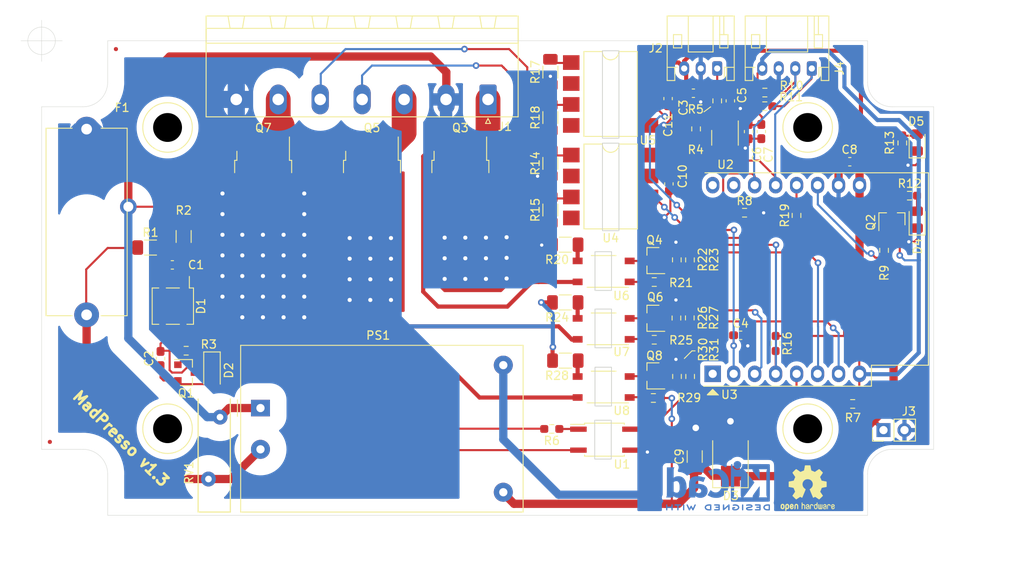
<source format=kicad_pcb>
(kicad_pcb (version 20201220) (generator pcbnew)
  (title_block (title "MadPresso") (date "2020-12-05") (rev "1.2"))
  (layers (0 "F.Cu" signal) (31 "B.Cu" signal) (34 "B.Paste" user) (35 "F.Paste" user) (36 "B.SilkS" user "B.Silkscreen") (37 "F.SilkS" user "F.Silkscreen") (38 "B.Mask" user) (39 "F.Mask" user) (44 "Edge.Cuts" user))
  (net 0 "")
  (net 1 "GND")
  (net 2 "VCC")
  (net 3 "Net-(R8-Pad1)")
  (net 4 "Net-(R6-Pad1)")
  (net 5 "Net-(R29-Pad1)")
  (net 6 "Net-(Q5-Pad3)")
  (net 7 "Net-(R28-Pad1)")
  (net 8 "+5V")
  (net 9 "Net-(R21-Pad1)")
  (net 10 "Net-(R20-Pad1)")
  (net 11 "Net-(R18-Pad2)")
  (net 12 "Net-(R17-Pad2)")
  (net 13 "Net-(R15-Pad2)")
  (net 14 "Net-(R14-Pad2)")
  (net 15 "Net-(Q8-Pad3)")
  (net 16 "Net-(Q8-Pad1)")
  (net 17 "Net-(Q7-Pad3)")
  (net 18 "Net-(Q4-Pad3)")
  (net 19 "Net-(Q4-Pad1)")
  (net 20 "Net-(Q3-Pad3)")
  (net 21 "Net-(Q2-Pad3)")
  (net 22 "Net-(Q2-Pad1)")
  (net 23 "Net-(Q1-Pad3)")
  (net 24 "Net-(Q6-Pad3)")
  (net 25 "Net-(D5-Pad2)")
  (net 26 "Net-(D4-Pad2)")
  (net 27 "Net-(R24-Pad1)")
  (net 28 "Net-(D1-Pad4)")
  (net 29 "Net-(C5-Pad1)")
  (net 30 "Net-(C2-Pad2)")
  (net 31 "Net-(C2-Pad1)")
  (net 32 "Net-(C11-Pad1)")
  (net 33 "Net-(C10-Pad1)")
  (net 34 "Net-(C1-Pad2)")
  (net 35 "Net-(C1-Pad1)")
  (net 36 "NEUT")
  (net 37 "LINE")
  (net 38 "/ZC_DETECT")
  (net 39 "/VALVE_TRIAC")
  (net 40 "/VALVE")
  (net 41 "/TEMP_SENSOR")
  (net 42 "/STEAM_SW")
  (net 43 "/STEAM_SENSOR")
  (net 44 "Net-(Q6-Pad1)")
  (net 45 "/SHOT_SW")
  (net 46 "/SHOT_SENSOR")
  (net 47 "/SDA")
  (net 48 "/SCL")
  (net 49 "/PUMP_TRIAC")
  (net 50 "/PUMP")
  (net 51 "Net-(R25-Pad1)")
  (net 52 "/LINE_FUSED")
  (net 53 "/LED")
  (net 54 "/HEATER_TRIAC")
  (net 55 "/HEATER")
  (net 56 "/ADC")
  (footprint "Package_TO_SOT_SMD:TO-252-2" (layer "F.Cu") (at 26.825 16.95 -90)
    (fp_text reference "Q7")
    (fp_text value "T835-600B" hide)
  )
  (footprint "Package_TO_SOT_SMD:TO-252-2" (layer "F.Cu") (at 50.7 16.95 -90)
    (fp_text reference "Q3")
    (fp_text value "T835-600B" hide)
  )
  (footprint "Resistor_SMD:R_0603_1608Metric_Pad0.98x0.95mm_HandSolder" (layer "F.Cu") (at 76.93 40.67 90)
    (fp_text reference "R30")
    (fp_text value "10k" hide)
  )
  (footprint "Resistor_SMD:R_0603_1608Metric_Pad0.98x0.95mm_HandSolder" (layer "F.Cu") (at 78.52 40.67 -90)
    (fp_text reference "R31")
    (fp_text value "1k" hide)
  )
  (footprint "Resistor_SMD:R_0603_1608Metric_Pad0.98x0.95mm_HandSolder" (layer "F.Cu") (at 76.91 26.54 90)
    (fp_text reference "R22")
    (fp_text value "10k" hide)
  )
  (footprint "Resistor_SMD:R_1206_3216Metric_Pad1.30x1.75mm_HandSolder" (layer "F.Cu") (at 63.4 24.7 180)
    (fp_text reference "R20")
    (fp_text value "360R/0.5W" hide)
  )
  (footprint "Package_TO_SOT_SMD:SOT-23" (layer "F.Cu") (at 74.05 26.63 180)
    (fp_text reference "Q4")
    (fp_text value "2N7002" hide)
  )
  (footprint "Package_SO:MFSOP6-4_4.4x3.6mm_P1.27mm" (layer "F.Cu") (at 68.05 27.94 180)
    (fp_text reference "U6")
    (fp_text value "TLP160G" hide)
  )
  (footprint "Resistor_SMD:R_0603_1608Metric_Pad0.98x0.95mm_HandSolder" (layer "F.Cu") (at 78.5 26.55 -90)
    (fp_text reference "R23")
    (fp_text value "1k" hide)
  )
  (footprint "Package_SO:MFSOP6-4_4.4x3.6mm_P1.27mm" (layer "F.Cu") (at 68.05 41.95 180)
    (fp_text reference "U8")
    (fp_text value "TLP160G" hide)
  )
  (footprint "Resistor_SMD:R_1206_3216Metric_Pad1.30x1.75mm_HandSolder" (layer "F.Cu") (at 63.4125 38.75 180)
    (fp_text reference "R28")
    (fp_text value "360R/0.5W" hide)
  )
  (footprint "Resistor_SMD:R_0603_1608Metric_Pad0.98x0.95mm_HandSolder" (layer "F.Cu") (at 74.07 43.28)
    (fp_text reference "R29")
    (fp_text value "360R" hide)
  )
  (footprint "Resistor_SMD:R_0603_1608Metric_Pad0.98x0.95mm_HandSolder" (layer "F.Cu") (at 74.175 29.23)
    (fp_text reference "R21")
    (fp_text value "360R" hide)
  )
  (footprint "Package_TO_SOT_SMD:SOT-23" (layer "F.Cu") (at 74.05 40.6 180)
    (fp_text reference "Q8")
    (fp_text value "2N7002" hide)
  )
  (footprint "Diode_SMD:D_SMB" (layer "F.Cu") (at 83.4 50.6 90)
    (fp_text reference "D3")
    (fp_text value "SMBJ7.0A" hide)
  )
  (footprint "Package_TO_SOT_SMD:SOT-23" (layer "F.Cu") (at 74.05 33.62 180)
    (fp_text reference "Q6")
    (fp_text value "2N7002" hide)
  )
  (footprint "Package_SO:MFSOP6-4_4.4x3.6mm_P1.27mm" (layer "F.Cu") (at 68.05 34.9 180)
    (fp_text reference "U7")
    (fp_text value "TLP160G" hide)
  )
  (footprint "Resistor_SMD:R_0603_1608Metric_Pad0.98x0.95mm_HandSolder" (layer "F.Cu") (at 76.86 33.59 90)
    (fp_text reference "R26")
    (fp_text value "10k" hide)
  )
  (footprint "Resistor_SMD:R_1206_3216Metric_Pad1.30x1.75mm_HandSolder" (layer "F.Cu") (at 63.4 31.7 180)
    (fp_text reference "R24")
    (fp_text value "360R/0.5W" hide)
  )
  (footprint "Resistor_SMD:R_0603_1608Metric_Pad0.98x0.95mm_HandSolder" (layer "F.Cu") (at 78.48 33.575 -90)
    (fp_text reference "R27")
    (fp_text value "1k" hide)
  )
  (footprint "Resistor_SMD:R_0603_1608Metric_Pad0.98x0.95mm_HandSolder" (layer "F.Cu") (at 74.175 36.22)
    (fp_text reference "R25")
    (fp_text value "360R" hide)
  )
  (footprint "Connector_Phoenix_MSTB:PhoenixContact_MSTBA_2,5_7-G-5,08_1x07_P5.08mm_Horizontal" (layer "F.Cu") (at 54.05 7.1 180)
    (fp_text reference "J1")
    (fp_text value "Conn_01x07" hide)
  )
  (footprint "Capacitor_SMD:C_0603_1608Metric_Pad1.08x0.95mm_HandSolder" (layer "F.Cu") (at 15.83 27.15)
    (fp_text reference "C1")
    (fp_text value "1nF" hide)
  )
  (footprint "Resistor_SMD:R_0603_1608Metric_Pad0.98x0.95mm_HandSolder" (layer "F.Cu") (at 98.2 44)
    (fp_text reference "R7")
    (fp_text value "4k7" hide)
  )
  (footprint "Diode_SMD:D_SOD-123" (layer "F.Cu") (at 20.63 39.95 -90)
    (fp_text reference "D2")
    (fp_text value "1N4148W" hide)
  )
  (footprint "Package_TO_SOT_SMD:SOT-23" (layer "F.Cu") (at 17.5 40.2)
    (fp_text reference "Q1")
    (fp_text value "BC847" hide)
  )
  (footprint "Resistor_SMD:R_1206_3216Metric_Pad1.30x1.75mm_HandSolder" (layer "F.Cu") (at 17.2 23.71 -90)
    (fp_text reference "R2")
    (fp_text value "220k" hide)
  )
  (footprint "Resistor_SMD:R_1206_3216Metric_Pad1.30x1.75mm_HandSolder" (layer "F.Cu") (at 13.19 25.05)
    (fp_text reference "R1")
    (fp_text value "220k" hide)
  )
  (footprint "Package_SO:SO-4_4.4x3.6mm_P2.54mm" (layer "F.Cu") (at 68.145 48.33)
    (fp_text reference "U1")
    (fp_text value "LTV-356T" hide)
  )
  (footprint "Varistor:RV_Disc_D15.5mm_W3.9mm_P7.5mm" (layer "F.Cu") (at 21.6 45.6 -90)
    (fp_text reference "RV1")
    (fp_text value "S14K350" hide)
  )
  (footprint "Resistor_SMD:R_0603_1608Metric_Pad0.98x0.95mm_HandSolder" (layer "F.Cu") (at 17.505 37.55 180)
    (fp_text reference "R3")
    (fp_text value "22k" hide)
  )
  (footprint "Capacitor_SMD:C_1206_3216Metric_Pad1.33x1.80mm_HandSolder" (layer "F.Cu") (at 79.075 50.375 90)
    (fp_text reference "C9")
    (fp_text value "100uF" hide)
  )
  (footprint "Package_TO_SOT_SMD:TO-252-2" (layer "F.Cu") (at 40 16.95 -90)
    (fp_text reference "Q5")
    (fp_text value "T835-600B" hide)
  )
  (footprint "Capacitor_SMD:C_0603_1608Metric_Pad1.08x0.95mm_HandSolder" (layer "F.Cu") (at 14.4 38.5 -90)
    (fp_text reference "C2")
    (fp_text value "10uF" hide)
  )
  (footprint "Resistor_SMD:R_0603_1608Metric_Pad0.98x0.95mm_HandSolder" (layer "F.Cu") (at 61.77 47.03 180)
    (fp_text reference "R6")
    (fp_text value "1k" hide)
  )
  (footprint "Fiducial:Fiducial_0.5mm_Mask1mm" (layer "F.Cu") (at 9 1)
    (fp_text reference "FID1" hide)
    (fp_text value "Fiducial" hide)
  )
  (footprint "Fiducial:Fiducial_0.5mm_Mask1mm" (layer "F.Cu") (at 1 48.6)
    (fp_text reference "FID2" hide)
    (fp_text value "Fiducial" hide)
  )
  (footprint "Resistor_SMD:R_0603_1608Metric_Pad0.98x0.95mm_HandSolder" (layer "F.Cu") (at 91.4 21.1575 90)
    (fp_text reference "R19")
    (fp_text value "330" hide)
  )
  (footprint "Resistor_SMD:R_1206_3216Metric_Pad1.30x1.75mm_HandSolder" (layer "F.Cu") (at 61.6 9.3 90)
    (fp_text reference "R18")
    (fp_text value "33k/0.5W" hide)
  )
  (footprint "Capacitor_SMD:C_0603_1608Metric_Pad1.08x0.95mm_HandSolder" (layer "F.Cu") (at 83.39 7.275 -90)
    (fp_text reference "C5")
    (fp_text value "100nF" hide)
  )
  (footprint "Connector_JST:JST_PH_S4B-PH-K_1x04_P2.00mm_Horizontal" (layer "F.Cu") (at 93.25 3.35 180)
    (fp_text reference "J4")
    (fp_text value "Conn_01x04")
  )
  (footprint "Capacitor_SMD:C_0603_1608Metric_Pad1.08x0.95mm_HandSolder" (layer "F.Cu") (at 84.64 35.68)
    (fp_text reference "C4")
    (fp_text value "DNP" hide)
  )
  (footprint "LED_SMD:LED_0805_2012Metric_Pad1.15x1.40mm_HandSolder" (layer "F.Cu") (at 106 21.675 90)
    (fp_text reference "D4")
    (fp_text value "LED" hide)
  )
  (footprint "Converter_ACDC:Converter_ACDC_HiLink_HLK-PMxx" (layer "F.Cu") (at 26.5 44.5)
    (fp_text reference "PS1")
    (fp_text value "HLK-PM01" hide)
  )
  (footprint "Connector_PinHeader_2.54mm:PinHeader_1x02_P2.54mm_Vertical" (layer "F.Cu") (at 101.93 47.17 90)
    (fp_text reference "J3")
    (fp_text value "Conn_01x02" hide)
  )
  (footprint "Connector_JST:JST_PH_S3B-PH-K_1x03_P2.00mm_Horizontal" (layer "F.Cu") (at 81.8 3.35 180)
    (fp_text reference "J2")
    (fp_text value "Conn_01x03")
  )
  (footprint "Resistor_SMD:R_0603_1608Metric_Pad0.98x0.95mm_HandSolder" (layer "F.Cu") (at 102 25.3875 90)
    (fp_text reference "R9")
    (fp_text value "1k" hide)
  )
  (footprint "Resistor_SMD:R_0603_1608Metric_Pad0.98x0.95mm_HandSolder" (layer "F.Cu") (at 85.11 20.83)
    (fp_text reference "R8")
    (fp_text value "DNP" hide)
  )
  (footprint "Resistor_SMD:R_0603_1608Metric_Pad0.98x0.95mm_HandSolder" (layer "F.Cu") (at 81.8 7.275 90)
    (fp_text reference "R5")
    (fp_text value "22R" hide)
  )
  (footprint "MadPresso:Hammond 1591XXB" (layer "F.Cu") (at 0 0)
    (fp_text reference "Case" hide)
    (fp_text value "Hammond 1591XXB")
    (fp_line (start 99.999874 57.495164) (end 99.999874 52.495164) (layer "Edge.Cuts") (width 0.05))
    (fp_line (start 107.999874 7.995164) (end 107.999874 49.495164) (layer "Edge.Cuts") (width 0.05))
    (fp_line (start 7.999874 57.495164) (end 99.999874 57.495164) (layer "Edge.Cuts") (width 0.05))
    (fp_line (start 7.999874 -0.004836) (end 99.999874 -0.004836) (layer "Edge.Cuts") (width 0.05))
    (fp_line (start 7.999874 57.495164) (end 7.999874 52.495164) (layer "Edge.Cuts") (width 0.05))
    (fp_line (start 4.999874 49.495164) (end -0.000126 49.495164) (layer "Edge.Cuts") (width 0.05))
    (fp_line (start 99.999874 4.995164) (end 99.999874 -0.004836) (layer "Edge.Cuts") (width 0.05))
    (fp_line (start -0.000126 7.995164) (end 4.999874 7.995164) (layer "Edge.Cuts") (width 0.05))
    (fp_line (start 107.999874 7.995164) (end 102.999874 7.995164) (layer "Edge.Cuts") (width 0.05))
    (fp_line (start -0.000126 7.995164) (end -0.000126 49.495164) (layer "Edge.Cuts") (width 0.05))
    (fp_line (start 7.999874 -0.004836) (end 7.999874 4.995164) (layer "Edge.Cuts") (width 0.05))
    (fp_line (start 102.999874 49.495164) (end 107.999874 49.495164) (layer "Edge.Cuts") (width 0.05))
    (fp_arc (start 4.999874 4.995164) (end 4.999874 7.995164) (angle -90) (layer "Edge.Cuts") (width 0.05))
    (fp_arc (start 102.999874 4.995164) (end 99.999874 4.995164) (angle -90) (layer "Edge.Cuts") (width 0.05))
    (fp_arc (start 4.999874 52.495164) (end 7.999874 52.495164) (angle -90) (layer "Edge.Cuts") (width 0.05))
    (fp_arc (start 102.999874 52.495164) (end 102.999874 49.495164) (angle -90) (layer "Edge.Cuts") (width 0.05))
  )
  (footprint "Package_TO_SOT_SMD:SOT-23-6_Handsoldering" (layer "F.Cu") (at 82.74 11.75 -90)
    (fp_text reference "U2")
    (fp_text value "ADC101C021CIMK" hide)
  )
  (footprint "Resistor_SMD:R_0603_1608Metric_Pad0.98x0.95mm_HandSolder" (layer "F.Cu") (at 105.074999 18.762501 180)
    (fp_text reference "R12")
    (fp_text value "220" hide)
  )
  (footprint "Module:WEMOS_D1_mini_light" (layer "F.Cu") (at 81.25 40.35 90)
    (fp_text reference "U3")
    (fp_text value "WeMos_D1_mini" hide)
  )
  (footprint "Resistor_SMD:R_1206_3216Metric_Pad1.30x1.75mm_HandSolder" (layer "F.Cu") (at 61.6 3.7875 90)
    (fp_text reference "R17")
    (fp_text value "22k/0.5W" hide)
  )
  (footprint "Package_DIP:SMDIP-8_W9.53mm" (layer "F.Cu") (at 68.9 17.65)
    (fp_text reference "U4")
    (fp_text value "MID400")
  )
  (footprint "Fuse:Fuseholder_Cylinder-5x20mm_Schurter_0031_8201_Horizontal_Open" (layer "F.Cu") (at 5.45 10.7 -90)
    (fp_text reference "F1")
    (fp_text value "0.2A/250V" hide)
  )
  (footprint "Resistor_SMD:R_0603_1608Metric_Pad0.98x0.95mm_HandSolder" (layer "F.Cu") (at 88.87 36.6725 -90)
    (fp_text reference "R16")
    (fp_text value "330" hide)
  )
  (footprint "Package_TO_SOT_SMD:SOT-23" (layer "F.Cu") (at 102.95 21.6 90)
    (fp_text reference "Q2")
    (fp_text value "BSS84" hide)
  )
  (footprint "Fiducial:Fiducial_0.5mm_Mask1mm" (layer "F.Cu") (at 107.1 48.6)
    (fp_text reference "FID3" hide)
    (fp_text value "Fiducial" hide)
  )
  (footprint "Symbol:OSHW-Logo2_7.3x6mm_SilkScreen" (layer "F.Cu") (at 92.75 54.2)
    (fp_text reference "REF**" hide)
    (fp_text value "OSHW-Logo2_7.3x6mm_SilkScreen" hide)
  )
  (footprint "Capacitor_SMD:C_0603_1608Metric_Pad1.08x0.95mm_HandSolder" (layer "F.Cu") (at 75.95 17.3375 -90)
    (fp_text reference "C10")
    (fp_text value "1nF" hide)
  )
  (footprint "Capacitor_SMD:C_0603_1608Metric_Pad1.08x0.95mm_HandSolder" (layer "F.Cu") (at 85.6 11 -90)
    (fp_text reference "C6")
    (fp_text value "100nF" hide)
  )
  (footprint "Resistor_SMD:R_0603_1608Metric_Pad0.98x0.95mm_HandSolder" (layer "F.Cu") (at 104.21 12.375 -90)
    (fp_text reference "R13")
    (fp_text value "330" hide)
  )
  (footprint "Package_DIP:SMDIP-8_W9.53mm" (layer "F.Cu") (at 68.89 6.44)
    (fp_text reference "U5")
    (fp_text value "MID400")
  )
  (footprint "Resistor_SMD:R_0603_1608Metric_Pad0.98x0.95mm_HandSolder" (layer "F.Cu") (at 87.565 6.27 180)
    (fp_text reference "R10")
    (fp_text value "3k3" hide)
  )
  (footprint "Capacitor_SMD:C_0603_1608Metric_Pad1.08x0.95mm_HandSolder" (layer "F.Cu") (at 75.85 7 -90)
    (fp_text reference "C11")
    (fp_text value "1nF" hide)
  )
  (footprint "Resistor_SMD:R_1206_3216Metric_Pad1.30x1.75mm_HandSolder" (layer "F.Cu") (at 61.6 20.5 90)
    (fp_text reference "R15")
    (fp_text value "33k/0.5W" hide)
  )
  (footprint "Capacitor_SMD:C_0603_1608Metric_Pad1.08x0.95mm_HandSolder" (layer "F.Cu") (at 78.915 6.35)
    (fp_text reference "C3")
    (fp_text value "100nF" hide)
  )
  (footprint "Capacitor_SMD:C_0603_1608Metric_Pad1.08x0.95mm_HandSolder" (layer "F.Cu") (at 97.85 14.65 180)
    (fp_text reference "C8")
    (fp_text value "1uF" hide)
  )
  (footprint "Resistor_SMD:R_0603_1608Metric_Pad0.98x0.95mm_HandSolder" (layer "F.Cu") (at 79.24 10.6725 -90)
    (fp_text reference "R4")
    (fp_text value "DNP" hide)
  )
  (footprint "Package_TO_SOT_SMD:TO-269AA" (layer "F.Cu") (at 15.89 32.15 -90)
    (fp_text reference "D1")
    (fp_text value "MB6S" hide)
  )
  (footprint "LED_SMD:LED_0805_2012Metric_Pad1.15x1.40mm_HandSolder" (layer "F.Cu") (at 106 12.33 90)
    (fp_text reference "D5")
    (fp_text value "LED" hide)
  )
  (footprint "Capacitor_SMD:C_0603_1608Metric_Pad1.08x0.95mm_HandSolder" (layer "F.Cu") (at 87.1375 10.9925 -90)
    (fp_text reference "C7")
    (fp_text value "4.7uF" hide)
  )
  (footprint "Resistor_SMD:R_0603_1608Metric_Pad0.98x0.95mm_HandSolder" (layer "F.Cu") (at 87.560001 7.917499 180)
    (fp_text reference "R11")
    (fp_text value "3k3" hide)
  )
  (footprint "Resistor_SMD:R_1206_3216Metric_Pad1.30x1.75mm_HandSolder" (layer "F.Cu") (at 61.6 14.85 90)
    (fp_text reference "R14")
    (fp_text value "22k/0.5W" hide)
  )
  (footprint "Symbol:KiCad-Logo2_5mm_Copper" (layer "B.Cu") (at 81.9 53.9 180)
    (fp_text reference "REF**" hide)
    (fp_text value "KiCad-Logo2_5mm_Copper" hide)
  )
  (gr_line (start 80.2 8.6) (end 81 8) (layer "F.SilkS") (width 0.12))
  (gr_line (start 78.74 37.57) (end 79.12 37.57) (layer "F.SilkS") (width 0.12))
  (gr_line (start 77.82 38.49) (end 78.74 37.57) (layer "F.SilkS") (width 0.12))
  (gr_poly (pts (xy 68.97 45.98) (xy 68.97 50.68) (xy 66.97 50.68) (xy 66.97 45.98) (xy 68.97 45.98)) (layer "Edge.Cuts") (width 0.1) (fill none))
  (gr_poly (pts (xy 67 32.5) (xy 69 32.5) (xy 69 37.2) (xy 67 37.2) (xy 67 32.5)) (layer "Edge.Cuts") (width 0.1) (fill none))
  (gr_poly (pts (xy 69.9 12.4) (xy 69.9 23) (xy 67.9 23) (xy 67.9 12.4) (xy 69.9 12.4)) (layer "Edge.Cuts") (width 0.1) (fill none))
  (gr_poly (pts (xy 69 25.55) (xy 69 30.25) (xy 67 30.25) (xy 67 25.55) (xy 69 25.55)) (layer "Edge.Cuts") (width 0.1) (fill none))
  (gr_poly (pts (xy 69.9 11.8) (xy 67.9 11.8) (xy 67.9 1.2) (xy 69.9 1.2) (xy 69.9 11.8)) (layer "Edge.Cuts") (width 0.1) (fill none))
  (gr_poly (pts (xy 69 44.25) (xy 67 44.25) (xy 67 39.55) (xy 69 39.55) (xy 69 44.25)) (layer "Edge.Cuts") (width 0.1) (fill none))
  (gr_text "MadPresso v1.3" (at 9.6 48.2 315) (layer "F.SilkS") (effects (font (size 1.3 1.3) (thickness 0.3))))
  (target plus (at 0 0) (size 5) (width 0.05) (layer "Edge.Cuts"))
  (segment (start 106.19 23.83) (end 105.67 24.35) (width 0.25) (layer "F.Cu") (net 1))
  (segment (start 75.34 21.46) (end 75.4 21.4) (width 0.25) (layer "F.Cu") (net 1))
  (segment (start 106.31 13.375) (end 106.31 14.57) (width 0.25) (layer "F.Cu") (net 1))
  (segment (start 76.125001 20.674999) (end 75.4 21.4) (width 0.25) (layer "F.Cu") (net 1))
  (segment (start 86.0225 20.83) (end 87.41 20.83) (width 0.25) (layer "F.Cu") (net 1))
  (segment (start 106.31 14.57) (end 105.81 15.07) (width 0.25) (layer "F.Cu") (net 1))
  (segment (start 85.6 11.8625) (end 85.599999 12.600001) (width 0.25) (layer "F.Cu") (net 1))
  (segment (start 82.74 11.29) (end 83.15 11.7) (width 0.25) (layer "F.Cu") (net 1))
  (segment (start 76.125001 18.375001) (end 76.125001 20.674999) (width 0.25) (layer "F.Cu") (net 1))
  (segment (start 85.605 11.855) (end 85.6 11.85) (width 0.25) (layer "F.Cu") (net 1))
  (segment (start 96.49 17.49) (end 96.49 15.16) (width 1) (layer "F.Cu") (net 1))
  (segment (start 79.79 6.35) (end 79.79 7.39) (width 0.25) (layer "F.Cu") (net 1))
  (segment (start 105.81 15.07) (end 104.9 15.07) (width 0.25) (layer "F.Cu") (net 1))
  (segment (start 106.19 22.7) (end 106.19 23.83) (width 0.25) (layer "F.Cu") (net 1))
  (segment (start 85.5025 36.9575) (end 85.5 36.96) (width 0.25) (layer "F.Cu") (net 1))
  (segment (start 83.38 8.15) (end 83.42 8.11) (width 0.25) (layer "F.Cu") (net 1))
  (segment (start 75.473002 10.2) (end 75.32499 10.2) (width 0.25) (layer "F.Cu") (net 1))
  (segment (start 76.175001 8.187501) (end 76.175001 9.498001) (width 0.25) (layer "F.Cu") (net 1))
  (segment (start 77 38.8) (end 76.8 38.6) (width 0.25) (layer "F.Cu") (net 1))
  (segment (start 83.4 46.1) (end 83.4 48.7) (width 1) (layer "F.Cu") (net 1))
  (segment (start 85.54 11.76) (end 85.65 11.65) (width 0.25) (layer "F.Cu") (net 1))
  (segment (start 75.05 39.65) (end 75.1 39.7) (width 0.25) (layer "F.Cu") (net 1))
  (segment (start 79.79 7.39) (end 79.8 7.4) (width 0.25) (layer "F.Cu") (net 1))
  (segment (start 73.51 21.51) (end 73.6 21.6) (width 0.25) (layer "F.Cu") (net 1))
  (segment (start 83.39 8.1375) (end 84.5375 8.1375) (width 0.25) (layer "F.Cu") (net 1))
  (segment (start 83.15 11.7) (end 85.35 11.7) (width 0.25) (layer "F.Cu") (net 1))
  (segment (start 84.5375 8.1375) (end 84.6 8.2) (width 0.25) (layer "F.Cu") (net 1))
  (segment (start 76.895 25.68) (end 76.91 25.665) (width 0.5) (layer "F.Cu") (net 1))
  (segment (start 85.35 11.7) (end 85.6 11.95) (width 0.25) (layer "F.Cu") (net 1))
  (segment (start 76.91 25.665) (end 76.91 24.51) (width 0.25) (layer "F.Cu") (net 1))
  (segment (start 79.2 46.9) (end 79.2 49) (width 1) (layer "F.Cu") (net 1))
  (segment (start 82.74 10.4) (end 82.8 10.46) (width 0.25) (layer "F.Cu") (net 1))
  (segment (start 76.91 24.51) (end 76.8 24.4) (width 0.25) (layer "F.Cu") (net 1))
  (segment (start 85.599999 12.600001) (end 85.2 13) (width 0.25) (layer "F.Cu") (net 1))
  (segment (start 73.665 21.46) (end 75.34 21.46) (width 0.25) (layer "F.Cu") (net 1))
  (segment (start 71.295 49.6) (end 73.115 49.6) (width 0.25) (layer "F.Cu") (net 1))
  (segment (start 89.25 3.35) (end 88.8 3.8) (width 0.25) (layer "F.Cu") (net 1))
  (segment (start 76.175001 9.498001) (end 75.473002 10.2) (width 0.25) (layer "F.Cu") (net 1))
  (segment (start 76.86 32.6775) (end 76.86 31.46) (width 0.25) (layer "F.Cu") (net 1))
  (segment (start 87.1375 11.855) (end 85.605 11.855) (width 0.25) (layer "F.Cu") (net 1))
  (segment (start 87.41 20.83) (end 87.42 20.84) (width 0.25) (layer "F.Cu") (net 1))
  (segment (start 87.45 11.67) (end 87.42 11.7) (width 0.25) (layer "F.Cu") (net 1))
  (segment (start 76.86 31.46) (end 76.8 31.4) (width 0.25) (layer "F.Cu") (net 1))
  (segment (start 82.74 10.4) (end 82.74 11.29) (width 0.25) (layer "F.Cu") (net 1))
  (segment (start 75.85 7.8625) (end 76.175001 8.187501) (width 0.25) (layer "F.Cu") (net 1))
  (segment (start 77 39.9) (end 77 38.8) (width 0.25) (layer "F.Cu") (net 1))
  (segment (start 75.05 25.68) (end 76.895 25.68) (width 0.25) (layer "F.Cu") (net 1))
  (segment (start 82.7625 48.9375) (end 83.3 48.4) (width 1) (layer "F.Cu") (net 1))
  (segment (start 76.75 39.65) (end 76.93 39.47) (width 0.5) (layer "F.Cu") (net 1))
  (segment (start 73.655 10.25) (end 75.27499 10.25) (width 0.25) (layer "F.Cu") (net 1))
  (segment (start 105.67 24.35) (end 105 24.35) (width 0.25) (layer "F.Cu") (net 1))
  (segment (start 85.5025 35.68) (end 85.5025 36.9575) (width 0.25) (layer "F.Cu") (net 1))
  (segment (start 75.1 39.7) (end 76.8 39.7) (width 0.25) (layer "F.Cu") (net 1))
  (segment (start 79.075 48.9375) (end 82.7625 48.9375) (width 1) (layer "F.Cu") (net 1))
  (segment (start 75.05 32.67) (end 76.815 32.67) (width 0.25) (layer "F.Cu") (net 1))
  (segment (start 85.4 12) (end 85.6 11.8) (width 0.25) (layer "F.Cu") (net 1))
  (segment (start 75.95 18.2) (end 76.125001 18.375001) (width 0.25) (layer "F.Cu") (net 1))
  (segment (start 75.27499 10.25) (end 75.32499 10.2) (width 0.25) (layer "F.Cu") (net 1))
  (segment (start 73.115 49.6) (end 73.345 49.83) (width 0.25) (layer "F.Cu") (net 1))
  (segment (start 79.8 3.35) (end 79.8 6.4) (width 0.5) (layer "F.Cu") (net 1))
  (segment (start 96.49 15.16) (end 96.95 14.7) (width 1) (layer "F.Cu") (net 1))
  (via (at 85.5 36.96) (size 0.8) (drill 0.4) (layers "F.Cu" "B.Cu") (net 1))
  (via (at 76.8 31.4) (size 0.8) (drill 0.4) (layers "F.Cu" "B.Cu") (net 1))
  (via (at 79.8 7.4) (size 0.8) (drill 0.4) (layers "F.Cu" "B.Cu") (net 1))
  (via (at 83.4 46.1) (size 1.2) (drill 0.8) (layers "F.Cu" "B.Cu") (net 1))
  (via (at 84.6 8.2) (size 0.8) (drill 0.4) (layers "F.Cu" "B.Cu") (net 1))
  (via (at 105 24.35) (size 0.8) (drill 0.4) (layers "F.Cu" "B.Cu") (net 1))
  (via (at 79.2 46.9) (size 1.2) (drill 0.8) (layers "F.Cu" "B.Cu") (net 1))
  (via (at 75.32499 10.2) (size 0.8) (drill 0.4) (layers "F.Cu" "B.Cu") (net 1))
  (via (at 75.4 21.4) (size 0.8) (drill 0.4) (layers "F.Cu" "B.Cu") (net 1))
  (via (at 85.2 13) (size 0.8) (drill 0.4) (layers "F.Cu" "B.Cu") (net 1))
  (via (at 87.42 20.84) (size 0.8) (drill 0.4) (layers "F.Cu" "B.Cu") (net 1))
  (via (at 73.345 49.83) (size 0.8) (drill 0.4) (layers "F.Cu" "B.Cu") (net 1))
  (via (at 104.9 15.07) (size 0.8) (drill 0.4) (layers "F.Cu" "B.Cu") (net 1))
  (via (at 76.8 38.6) (size 0.8) (drill 0.4) (layers "F.Cu" "B.Cu") (net 1))
  (via (at 76.8 24.4) (size 0.8) (drill 0.4) (layers "F.Cu" "B.Cu") (net 1))
  (segment (start 62.6 55) (end 72.8 55) (width 1) (layer "B.Cu") (net 1))
  (segment (start 62.6 55) (end 55.9 48.3) (width 1) (layer "B.Cu") (net 1))
  (segment (start 55.9 48.3) (end 55.9 39.3) (width 1) (layer "B.Cu") (net 1))
  (segment (start 97.16 35.76) (end 98.16 35.76) (width 0.25) (layer "F.Cu") (net 2))
  (segment (start 86.685001 7.917499) (end 86.685001 6.334999) (width 0.25) (layer "F.Cu") (net 2))
  (segment (start 86.647501 7.917499) (end 86.647501 8.647501) (width 0.25) (layer "F.Cu") (net 2))
  (segment (start 103.9 26) (end 103.9 22.6) (width 0.25) (layer "F.Cu") (net 2))
  (segment (start 99 36.6) (end 99 43) (width 0.25) (layer "F.Cu") (net 2))
  (segment (start 98.16 35.76) (end 99 36.6) (width 0.25) (layer "F.Cu") (net 2))
  (segment (start 88.87 35.76) (end 97.16 35.76) (width 0.25) (layer "F.Cu") (net 2))
  (segment (start 97.16 25.43) (end 97.16 35.76) (width 0.25) (layer "F.Cu") (net 2))
  (segment (start 99 43.8) (end 99.2 44) (width 0.25) (layer "F.Cu") (net 2))
  (segment (start 86.685001 6.334999) (end 86.685001 3.944999) (width 0.25) (layer "F.Cu") (net 2))
  (segment (start 86.647501 8.647501) (end 87.2 9.2) (width 0.25) (layer "F.Cu") (net 2))
  (segment (start 87.2 9.2) (end 87.2 10.2) (width 0.25) (layer "F.Cu") (net 2))
  (segment (start 99 43) (end 99 43.8) (width 0.25) (layer "F.Cu") (net 2))
  (segment (start 93.8 22.07) (end 97.16 25.43) (width 0.25) (layer "F.Cu") (net 2))
  (segment (start 86.685001 3.944999) (end 87.28 3.35) (width 0.25) (layer "F.Cu") (net 2))
  (segment (start 83.69 10.4) (end 83.89 10.2) (width 0.25) (layer "F.Cu") (net 2))
  (segment (start 83.89 10.2) (end 87.2 10.2) (width 0.25) (layer "F.Cu") (net 2))
  (segment (start 91.4 22.07) (end 93.8 22.07) (width 0.25) (layer "F.Cu") (net 2))
  (via (at 103.9 26) (size 0.8) (drill 0.4) (layers "F.Cu" "B.Cu") (net 2))
  (segment (start 95.26 1.23) (end 88.23 1.23) (width 0.5) (layer "B.Cu") (net 2))
  (segment (start 106.2 12) (end 106.2 17.48) (width 0.5) (layer "B.Cu") (net 2))
  (segment (start 106.2 26.6) (end 106.2 37.8) (width 0.5) (layer "B.Cu") (net 2))
  (segment (start 106.2 17.48) (end 106.2 26.6) (width 0.5) (layer "B.Cu") (net 2))
  (segment (start 101.2 9.6) (end 103.8 9.6) (width 0.5) (layer "B.Cu") (net 2))
  (segment (start 97.2 5.6) (end 101.2 9.6) (width 0.5) (layer "B.Cu") (net 2))
  (segment (start 104.5 26.6) (end 103.9 26) (width 0.25) (layer "B.Cu") (net 2))
  (segment (start 106.2 26.6) (end 104.5 26.6) (width 0.25) (layer "B.Cu") (net 2))
  (segment (start 97.2 5.6) (end 97.2 3.17) (width 0.5) (layer "B.Cu") (net 2))
  (segment (start 106.2 37.8) (end 103.6 40.4) (width 0.5) (layer "B.Cu") (net 2))
  (segment (start 103.6 40.4) (end 99.2 40.4) (width 0.5) (layer "B.Cu") (net 2))
  (segment (start 97.2 3.17) (end 95.26 1.23) (width 0.5) (layer "B.Cu") (net 2))
  (segment (start 87.25 2.21) (end 87.25 3.37) (width 0.5) (layer "B.Cu") (net 2))
  (segment (start 88.23 1.23) (end 87.25 2.21) (width 0.5) (layer "B.Cu") (net 2))
  (segment (start 103.8 9.6) (end 106.2 12) (width 0.5) (layer "B.Cu") (net 2))
  (segment (start 81.79 15.76) (end 81.79 14.36) (width 0.25) (layer "F.Cu") (net 3))
  (segment (start 81.79 13.1) (end 81.79 14.36) (width 0.25) (layer "F.Cu") (net 3))
  (segment (start 82.52 16.49) (end 82.52 19.18) (width 0.25) (layer "F.Cu") (net 3))
  (segment (start 82.52 19.18) (end 84.15 20.81) (width 0.25) (layer "F.Cu") (net 3))
  (segment (start 81.79 15.76) (end 82.52 16.49) (width 0.25) (layer "F.Cu") (net 3))
  (segment (start 62.645 47.03) (end 65.095 47.03) (width 0.25) (layer "F.Cu") (net 4))
  (segment (start 71.2 43.18) (end 73.095 43.18) (width 0.25) (layer "F.Cu") (net 5))
  (segment (start 73.095 43.18) (end 73.195 43.28) (width 0.5) (layer "F.Cu") (net 5))
  (segment (start 62.6 34.6) (end 64.2 36.2) (width 0.5) (layer "F.Cu") (net 6))
  (segment (start 35.85 12.75) (end 34.2 14.4) (width 0.5) (layer "F.Cu") (net 6))
  (segment (start 36.4 34.6) (end 62.6 34.6) (width 0.5) (layer "F.Cu") (net 6))
  (segment (start 34.2 15.47) (end 34.2 32.4) (width 0.5) (layer "F.Cu") (net 6))
  (segment (start 34.2 32.4) (end 36.4 34.6) (width 0.5) (layer "F.Cu") (net 6))
  (segment (start 37.72 12.75) (end 35.85 12.75) (width 0.5) (layer "F.Cu") (net 6))
  (segment (start 34.2 14.4) (end 34.2 14.8) (width 0.5) (layer "F.Cu") (net 6))
  (segment (start 64.2 36.2) (end 65 36.2) (width 0.5) (layer "F.Cu") (net 6))
  (segment (start 34.2 14.8) (end 34.2 15.47) (width 0.5) (layer "F.Cu") (net 6))
  (segment (start 64.9 40.64) (end 64.9 38.55) (width 0.5) (layer "F.Cu") (net 7))
  (segment (start 74.05 37.75) (end 74.05 37.33) (width 0.25) (layer "F.Cu") (net 8))
  (segment (start 81.6 1.2) (end 86 1.2) (width 0.5) (layer "F.Cu") (net 8))
  (segment (start 75.05 36.33) (end 74.05 37.33) (width 0.25) (layer "F.Cu") (net 8))
  (segment (start 98 1.2) (end 86.6 1.2) (width 0.5) (layer "F.Cu") (net 8))
  (segment (start 77.8 2.45) (end 79.05 1.2) (width 0.5) (layer "F.Cu") (net 8))
  (segment (start 78.04 3.52) (end 77.78 3.26) (width 0.5) (layer "F.Cu") (net 8))
  (segment (start 73 56.1) (end 57.2 56.1) (width 1) (layer "F.Cu") (net 8))
  (segment (start 74.945 43.28) (end 75.03 43.28) (width 0.25) (layer "F.Cu") (net 8))
  (segment (start 99.25 17.25) (end 99 17.5) (width 0.25) (layer "F.Cu") (net 8))
  (segment (start 76.28 43.28) (end 76.3 43.3) (width 0.25) (layer "F.Cu") (net 8))
  (segment (start 81.6 1.2) (end 79.05 1.2) (width 0.5) (layer "F.Cu") (net 8))
  (segment (start 99.5 13.25) (end 99.2 13.55) (width 0.25) (layer "F.Cu") (net 8))
  (segment (start 83.4 52.75) (end 94 52.75) (width 1) (layer "F.Cu") (net 8))
  (segment (start 74.05 42.385) (end 74.945 43.28) (width 0.25) (layer "F.Cu") (net 8))
  (segment (start 98.725 1.925) (end 99.2 2.4) (width 0.5) (layer "F.Cu") (net 8))
  (segment (start 100.8 46.04) (end 100.8 45.95) (width 0.5) (layer "F.Cu") (net 8))
  (segment (start 57.2 56.1) (end 55.8 54.7) (width 1) (layer "F.Cu") (net 8))
  (segment (start 104.21 13.25) (end 99.5 13.25) (width 0.25) (layer "F.Cu") (net 8))
  (segment (start 100.8 45.95) (end 103.15 43.6) (width 1) (layer "F.Cu") (net 8))
  (segment (start 79.075 51.8125) (end 80.3125 51.8125) (width 1) (layer "F.Cu") (net 8))
  (segment (start 74.1 35.2325) (end 74.1 30.2) (width 0.25) (layer "F.Cu") (net 8))
  (segment (start 99.03 14.93) (end 98.7 14.6) (width 1) (layer "F.Cu") (net 8))
  (segment (start 98.725 1.925) (end 98 1.2) (width 0.5) (layer "F.Cu") (net 8))
  (segment (start 73.655 2.63) (end 77.13 2.63) (width 0.5) (layer "F.Cu") (net 8))
  (segment (start 86 1.2) (end 86.6 1.2) (width 0.5) (layer "F.Cu") (net 8))
  (segment (start 99.275 10.925) (end 99.2 11) (width 0.25) (layer "F.Cu") (net 8))
  (segment (start 75.0875 36.22) (end 74.1 35.2325) (width 0.25) (layer "F.Cu") (net 8))
  (segment (start 78.04 6.35) (end 78.04 3.52) (width 0.5) (layer "F.Cu") (net 8))
  (segment (start 99.12 47.63) (end 100.8 45.95) (width 1) (layer "F.Cu") (net 8))
  (segment (start 99.03 32.97) (end 103.15 37.09) (width 1) (layer "F.Cu") (net 8))
  (segment (start 76.3 56.1) (end 77.1 56.1) (width 1) (layer "F.Cu") (net 8))
  (segment (start 75.05 29.23) (end 75.05 29.35) (width 0.25) (layer "F.Cu") (net 8))
  (segment (start 95.55 51.2) (end 99.12 47.63) (width 1) (layer "F.Cu") (net 8))
  (segment (start 99.03 17.49) (end 99.64 16.88) (width 0.25) (layer "F.Cu") (net 8))
  (segment (start 74.945 43.28) (end 76.28 43.28) (width 0.25) (layer "F.Cu") (net 8))
  (segment (start 73.665 13.84) (end 76.41 13.84) (width 0.5) (layer "F.Cu") (net 8))
  (segment (start 99.2 2.4) (end 99.2 10.4) (width 0.5) (layer "F.Cu") (net 8))
  (segment (start 74.05 37.75) (end 74.05 42.385) (width 0.25) (layer "F.Cu") (net 8))
  (segment (start 99.2 14.2) (end 98.8 14.6) (width 0.5) (layer "F.Cu") (net 8))
  (segment (start 76.3 45.8) (end 76.3 55.2) (width 0.25) (layer "F.Cu") (net 8))
  (segment (start 99.275 17.15) (end 99.125 17.3) (width 0.25) (layer "F.Cu") (net 8))
  (segment (start 77.1 56.1) (end 79 54.2) (width 1) (layer "F.Cu") (net 8))
  (segment (start 76.41 13.84) (end 78.1 12.15) (width 0.5) (layer "F.Cu") (net 8))
  (segment (start 77.13 2.63) (end 77.85 3.35) (width 0.5) (layer "F.Cu") (net 8))
  (segment (start 76.3 55.2) (end 76.3 56.1) (width 0.25) (layer "F.Cu") (net 8))
  (segment (start 94 52.75) (end 94.84 51.91) (width 1) (layer "F.Cu") (net 8))
  (segment (start 81.2 52.7) (end 83.5 52.7) (width 1) (layer "F.Cu") (net 8))
  (segment (start 99.2 13.55) (end 99.2 14.2) (width 0.5) (layer "F.Cu") (net 8))
  (segment (start 95.55 51.2) (end 94.84 51.91) (width 1) (layer "F.Cu") (net 8))
  (segment (start 101.93 47.17) (end 100.8 46.04) (width 0.5) (layer "F.Cu") (net 8))
  (segment (start 75.5 56.1) (end 76.3 56.1) (width 1) (layer "F.Cu") (net 8))
  (segment (start 99.2 11) (end 99.2 13.55) (width 0.5) (layer "F.Cu") (net 8))
  (segment (start 79 54.2) (end 79 52) (width 1) (layer "F.Cu") (net 8))
  (segment (start 77.8 3.35) (end 77.8 2.45) (width 0.5) (layer "F.Cu") (net 8))
  (segment (start 78.1 12.15) (end 78.1 6.3) (width 0.5) (layer "F.Cu") (net 8))
  (segment (start 103.15 37.09) (end 103.15 43.6) (width 1) (layer "F.Cu") (net 8))
  (segment (start 74.1 30.2) (end 75 29.3) (width 0.25) (layer "F.Cu") (net 8))
  (segment (start 99.03 17.49) (end 99.03 14.93) (width 1) (layer "F.Cu") (net 8))
  (segment (start 73 56.1) (end 75.5 56.1) (width 1) (layer "F.Cu") (net 8))
  (segment (start 80.3125 51.8125) (end 81.2 52.7) (width 1) (layer "F.Cu") (net 8))
  (segment (start 99.2 10.4) (end 99.2 11) (width 0.5) (layer "F.Cu") (net 8))
  (segment (start 99.03 17.49) (end 99.03 32.97) (width 1) (layer "F.Cu") (net 8))
  (via (at 76.3 45.8) (size 0.8) (drill 0.4) (layers "F.Cu" "B.Cu") (net 8))
  (via (at 76.3 43.3) (size 0.8) (drill 0.4) (layers "F.Cu" "B.Cu") (net 8))
  (segment (start 76.3 43.3) (end 76.3 45.8) (width 0.25) (layer "B.Cu") (net 8))
  (segment (start 71.2 29.21) (end 73.28 29.21) (width 0.25) (layer "F.Cu") (net 9))
  (segment (start 73.28 29.21) (end 73.3 29.23) (width 0.5) (layer "F.Cu") (net 9))
  (segment (start 64.9 26.67) (end 64.9 24.5) (width 0.5) (layer "F.Cu") (net 10))
  (segment (start 64.925 26.675) (end 64.95 26.7) (width 0.25) (layer "F.Cu") (net 10))
  (segment (start 64.18 7.76) (end 61.86 7.76) (width 0.25) (layer "F.Cu") (net 11))
  (segment (start 61.86 7.76) (end 61.6 7.5) (width 0.25) (layer "F.Cu") (net 11))
  (segment (start 64.18 2.68) (end 61.98 2.68) (width 0.25) (layer "F.Cu") (net 12))
  (segment (start 61.98 2.68) (end 61.6 2.3) (width 0.25) (layer "F.Cu") (net 12))
  (segment (start 64.06 19.1) (end 61.6 19.1) (width 0.25) (layer "F.Cu") (net 13))
  (segment (start 64.19 18.97) (end 64.06 19.1) (width 0.25) (layer "F.Cu") (net 13))
  (segment (start 64.19 13.89) (end 62.19 13.89) (width 0.25) (layer "F.Cu") (net 14))
  (segment (start 62.19 13.89) (end 61.6 13.3) (width 0.25) (layer "F.Cu") (net 14))
  (segment (start 73.01 40.64) (end 73.05 40.6) (width 0.5) (layer "F.Cu") (net 15))
  (segment (start 71.2 40.64) (end 73.01 40.64) (width 0.25) (layer "F.Cu") (net 15))
  (segment (start 76.675 41.55) (end 76.68 41.545) (width 0.5) (layer "F.Cu") (net 16))
  (segment (start 75.1 41.5) (end 78.6 41.5) (width 0.25) (layer "F.Cu") (net 16))
  (segment (start 75.05 41.55) (end 75.1 41.5) (width 0.25) (layer "F.Cu") (net 16))
  (segment (start 19.6 17.695) (end 19.6 15) (width 0.5) (layer "F.Cu") (net 17))
  (segment (start 19.6 14.65) (end 19.6 15) (width 0.5) (layer "F.Cu") (net 17))
  (segment (start 21.5 12.75) (end 19.6 14.65) (width 0.5) (layer "F.Cu") (net 17))
  (segment (start 46.2 36.4) (end 53.02 43.22) (width 0.5) (layer "F.Cu") (net 17))
  (segment (start 19.6 32) (end 24 36.4) (width 0.5) (layer "F.Cu") (net 17))
  (segment (start 53.02 43.22) (end 64.9 43.22) (width 0.5) (layer "F.Cu") (net 17))
  (segment (start 19.6 17.695) (end 19.6 32) (width 0.5) (layer "F.Cu") (net 17))
  (segment (start 24.545 12.75) (end 21.5 12.75) (width 0.5) (layer "F.Cu") (net 17))
  (segment (start 24 36.4) (end 46.2 36.4) (width 0.5) (layer "F.Cu") (net 17))
  (segment (start 73.01 26.67) (end 73.05 26.63) (width 0.5) (layer "F.Cu") (net 18))
  (segment (start 71.2 26.67) (end 73.01 26.67) (width 0.25) (layer "F.Cu") (net 18))
  (segment (start 78.475 27.415) (end 78.5 27.44) (width 0.25) (layer "F.Cu") (net 19))
  (segment (start 76.745 27.58) (end 76.91 27.415) (width 0.25) (layer "F.Cu") (net 19))
  (segment (start 76.91 27.415) (end 78.475 27.415) (width 0.25) (layer "F.Cu") (net 19))
  (segment (start 75.05 27.58) (end 76.745 27.58) (width 0.25) (layer "F.Cu") (net 19))
  (segment (start 46.2 14) (end 46.2 30.4) (width 0.5) (layer "F.Cu") (net 20))
  (segment (start 64.9 29.22) (end 60.18 29.22) (width 0.5) (layer "F.Cu") (net 20))
  (segment (start 48.42 12.75) (end 47.45 12.75) (width 0.5) (layer "F.Cu") (net 20))
  (segment (start 46.2 30.4) (end 48 32.2) (width 0.5) (layer "F.Cu") (net 20))
  (segment (start 56.4 32.2) (end 48 32.2) (width 0.5) (layer "F.Cu") (net 20))
  (segment (start 47.45 12.75) (end 46.2 14) (width 0.5) (layer "F.Cu") (net 20))
  (segment (start 59.38 29.22) (end 56.4 32.2) (width 0.5) (layer "F.Cu") (net 20))
  (segment (start 60.18 29.22) (end 59.38 29.22) (width 0.5) (layer "F.Cu") (net 20))
  (segment (start 104.162499 18.762501) (end 103.547262 18.762501) (width 0.25) (layer "F.Cu") (net 21))
  (segment (start 103.380069 18.919931) (end 103.010947 19.289053) (width 0.25) (layer "F.Cu") (net 21))
  (segment (start 103.000001 19.457429) (end 103.000001 20.5) (width 0.25) (layer "F.Cu") (net 21))
  (arc (start 103.11132 19.18868) (mid 103.028932 19.311983) (end 103.000001 19.457429) (width 0.25) (layer "F.Cu") (net 21))
  (arc (start 103.760138 18.762501) (mid 103.554446 18.803416) (end 103.380069 18.919931) (width 0.25) (layer "F.Cu") (net 21))
  (arc (start 103.000001 20.499999) (mid 103.000001 20.499999) (end 103.000001 20.5) (width 0.25) (layer "F.Cu") (net 21))
  (segment (start 102 24.475) (end 102 22.5) (width 0.25) (layer "F.Cu") (net 22))
  (segment (start 27.4 40.2) (end 36.8 49.6) (width 0.25) (layer "F.Cu") (net 23))
  (segment (start 36.8 49.6) (end 65.245 49.6) (width 0.25) (layer "F.Cu") (net 23))
  (segment (start 18.5 40.2) (end 27.4 40.2) (width 0.25) (layer "F.Cu") (net 23))
  (segment (start 73.05 33.62) (end 71.23 33.62) (width 0.25) (layer "F.Cu") (net 24))
  (segment (start 71.23 33.62) (end 71.2 33.59) (width 0.5) (layer "F.Cu") (net 24))
  (segment (start 106.06 11.5) (end 106.31 11.25) (width 0.25) (layer "F.Cu") (net 25))
  (segment (start 104.21 11.5) (end 106.06 11.5) (width 0.25) (layer "F.Cu") (net 25))
  (segment (start 105.987499 18.762501) (end 105.987499 20.582321) (width 0.25) (layer "F.Cu") (net 26))
  (segment (start 105.99741 20.597411) (end 105.997371 20.599959) (width 0.25) (layer "F.Cu") (net 26))
  (segment (start 105.99116 20.591161) (end 105.99741 20.597411) (width 0.25) (layer "F.Cu") (net 26))
  (arc (start 105.987499 20.582321) (mid 105.988451 20.587105) (end 105.99116 20.591161) (width 0.25) (layer "F.Cu") (net 26))
  (segment (start 64.9 33.59) (end 64.9 31.6) (width 0.5) (layer "F.Cu") (net 27))
  (segment (start 64.9 31.6) (end 64.85 31.55) (width 0.25) (layer "F.Cu") (net 27))
  (segment (start 18.43 38.15) (end 18.43 37.45) (width 0.25) (layer "F.Cu") (net 28))
  (segment (start 16.5 39.25) (end 17.15 38.6) (width 0.25) (layer "F.Cu") (net 28))
  (segment (start 17.98 38.6) (end 18.43 38.15) (width 0.25) (layer "F.Cu") (net 28))
  (segment (start 18.43 35.85) (end 18.43 37.55) (width 0.25) (layer "F.Cu") (net 28))
  (segment (start 17.2 35.225) (end 17.805 35.225) (width 0.25) (layer "F.Cu") (net 28))
  (segment (start 20.63 38.3) (end 19.905 37.575) (width 0.25) (layer "F.Cu") (net 28))
  (segment (start 19.905 37.575) (end 18.33 37.575) (width 0.25) (layer "F.Cu") (net 28))
  (segment (start 17.805 35.225) (end 18.43 35.85) (width 0.25) (layer "F.Cu") (net 28))
  (segment (start 17.15 38.6) (end 17.98 38.6) (width 0.25) (layer "F.Cu") (net 28))
  (segment (start 81.79 8.18) (end 81.78 8.17) (width 0.25) (layer "F.Cu") (net 29))
  (segment (start 81.8 8.0025) (end 81.8 8.2) (width 0.25) (layer "F.Cu") (net 29))
  (segment (start 81.8 8.1875) (end 81.8 10.6) (width 0.25) (layer "F.Cu") (net 29))
  (segment (start 83.39 6.4125) (end 81.8 8.0025) (width 0.25) (layer "F.Cu") (net 29))
  (segment (start 16.5 41.15) (end 14.75 41.15) (width 0.25) (layer "F.Cu") (net 30))
  (segment (start 14.4 40.8) (end 14.4 39.2) (width 0.25) (layer "F.Cu") (net 30))
  (segment (start 16.9 41.6) (end 16.5 41.2) (width 0.25) (layer "F.Cu") (net 30))
  (segment (start 14.75 41.15) (end 14.4 40.8) (width 0.25) (layer "F.Cu") (net 30))
  (segment (start 20.63 41.6) (end 16.9 41.6) (width 0.25) (layer "F.Cu") (net 30))
  (segment (start 35.8 47) (end 60.8 47) (width 0.25) (layer "F.Cu") (net 31))
  (segment (start 15.5 39.9) (end 15.5 37.6) (width 0.25) (layer "F.Cu") (net 31))
  (segment (start 14.6 36.5) (end 14.6 35.3) (width 0.25) (layer "F.Cu") (net 31))
  (segment (start 16.985002 40.2) (end 17.885002 39.3) (width 0.25) (layer "F.Cu") (net 31))
  (segment (start 14.6 37.5) (end 14.4 37.7) (width 0.25) (layer "F.Cu") (net 31))
  (segment (start 14.45 37.55) (end 14.4 37.5) (width 0.25) (layer "F.Cu") (net 31))
  (segment (start 14.4 37.6375) (end 14.4 36.7) (width 0.25) (layer "F.Cu") (net 31))
  (segment (start 16.5925 37.55) (end 15.45 37.55) (width 0.25) (layer "F.Cu") (net 31))
  (segment (start 60.895 47.03) (end 60.895 47.28) (width 0.25) (layer "F.Cu") (net 31))
  (segment (start 15.8 40.2) (end 15.5 39.9) (width 0.25) (layer "F.Cu") (net 31))
  (segment (start 15.45 37.55) (end 14.45 37.55) (width 0.25) (layer "F.Cu") (net 31))
  (segment (start 28.1 39.3) (end 35.8 47) (width 0.25) (layer "F.Cu") (net 31))
  (segment (start 17.885002 39.3) (end 28.1 39.3) (width 0.25) (layer "F.Cu") (net 31))
  (segment (start 14.66 35.225) (end 14.63 35.255) (width 0.25) (layer "F.Cu") (net 31))
  (segment (start 14.4 36.7) (end 14.6 36.5) (width 0.25) (layer "F.Cu") (net 31))
  (segment (start 15.8 40.2) (end 16.985002 40.2) (width 0.25) (layer "F.Cu") (net 31))
  (segment (start 75.37 5.17) (end 75.85 5.65) (width 0.25) (layer "F.Cu") (net 32))
  (segment (start 75.85 5.65) (end 75.85 6.2) (width 0.25) (layer "F.Cu") (net 32))
  (segment (start 73.655 5.17) (end 75.37 5.17) (width 0.25) (layer "F.Cu") (net 32))
  (segment (start 73.665 16.38) (end 75.78 16.38) (width 0.25) (layer "F.Cu") (net 33))
  (segment (start 75.78 16.38) (end 75.85 16.45) (width 0.25) (layer "F.Cu") (net 33))
  (segment (start 17.2 26.65) (end 16.7 27.15) (width 0.25) (layer "F.Cu") (net 34))
  (segment (start 16.705 27.15) (end 16.705 27.035) (width 0.25) (layer "F.Cu") (net 34))
  (segment (start 17.2 25.26) (end 17.2 26.65) (width 0.25) (layer "F.Cu") (net 34))
  (segment (start 16.76 28.635) (end 16.76 27.12) (width 0.25) (layer "F.Cu") (net 34))
  (segment (start 17.2 29.075) (end 16.76 28.635) (width 0.25) (layer "F.Cu") (net 34))
  (segment (start 15 28.735) (end 15 27.17) (width 0.25) (layer "F.Cu") (net 35))
  (segment (start 14.9675 25.4675) (end 14.6 25.1) (width 0.25) (layer "F.Cu") (net 35))
  (segment (start 14.9675 27.15) (end 14.9675 25.4675) (width 0.25) (layer "F.Cu") (net 35))
  (segment (start 14.66 29.075) (end 15 28.735) (width 0.25) (layer "F.Cu") (net 35))
  (segment (start 10.5 20.1) (end 15.15 20.1) (width 0.25) (layer "F.Cu") (net 36))
  (segment (start 10.5 6.9) (end 10.5 20.1) (width 1) (layer "F.Cu") (net 36))
  (segment (start 15.15 20.1) (end 17.15 22.1) (width 0.25) (layer "F.Cu") (net 36))
  (segment (start 61.6 4.3) (end 61.6 5.3) (width 0.25) (layer "F.Cu") (net 36))
  (segment (start 10.5 6.9) (end 15.5 1.9) (width 1) (layer "F.Cu") (net 36))
  (segment (start 49 3.8) (end 49 7.4) (width 1) (layer "F.Cu") (net 36))
  (segment (start 47.1 1.9) (end 49 3.8) (width 1) (layer "F.Cu") (net 36))
  (segment (start 26.5 44.5) (end 22.7 44.5) (width 1) (layer "F.Cu") (net 36))
  (segment (start 15.5 1.9) (end 47.1 1.9) (width 1) (layer "F.Cu") (net 36))
  (segment (start 60.55 24.75) (end 61.95 24.75) (width 0.5) (layer "F.Cu") (net 36))
  (segment (start 50.7 19.05) (end 50.6 19.15) (width 3) (layer "F.Cu") (net 36))
  (segment (start 22.7 44.5) (end 21.5 45.7) (width 1) (layer "F.Cu") (net 36))
  (segment (start 50.6 19.15) (end 50.6 25.4) (width 3) (layer "F.Cu") (net 36))
  (segment (start 61.6 16.4) (end 60.05 16.4) (width 0.5) (layer "F.Cu") (net 36))
  (via (at 56.3 26.3) (size 1) (drill 0.5) (layers "F.Cu" "B.Cu") (net 36))
  (via (at 10.5 20.1) (size 2) (drill 1.2) (layers "F.Cu" "B.Cu") (net 36))
  (via (at 60.55 24.75) (size 0.8) (drill 0.4) (layers "F.Cu" "B.Cu") (net 36))
  (via (at 53.8 26.35) (size 1) (drill 0.5) (layers "F.Cu" "B.Cu") (net 36))
  (via (at 60.05 16.4) (size 0.8) (drill 0.4) (layers "F.Cu" "B.Cu") (net 36))
  (via (at 61.6 4.3) (size 0.8) (drill 0.4) (layers "F.Cu" "B.Cu") (net 36))
  (via (at 56.3 23.8) (size 1) (drill 0.5) (layers "F.Cu" "B.Cu") (net 36))
  (via (at 48.8 23.85) (size 1) (drill 0.5) (layers "F.Cu" "B.Cu") (net 36))
  (via (at 51.3 28.85) (size 1) (drill 0.5) (layers "F.Cu" "B.Cu") (net 36))
  (via (at 56.3 28.8) (size 1) (drill 0.5) (layers "F.Cu" "B.Cu") (net 36))
  (via (at 53.8 28.85) (size 1) (drill 0.5) (layers "F.Cu" "B.Cu") (net 36))
  (via (at 53.8 23.85) (size 1) (drill 0.5) (layers "F.Cu" "B.Cu") (net 36))
  (via (at 51.3 23.85) (size 1) (drill 0.5) (layers "F.Cu" "B.Cu") (net 36))
  (via (at 48.8 28.85) (size 1) (drill 0.5) (layers "F.Cu" "B.Cu") (net 36))
  (via (at 51.3 26.35) (size 1) (drill 0.5) (layers "F.Cu" "B.Cu") (net 36))
  (via (at 48.8 26.35) (size 1) (drill 0.5) (layers "F.Cu" "B.Cu") (net 36))
  (segment (start 10.5 36.05) (end 10.5 20.1) (width 1) (layer "B.Cu") (net 36))
  (segment (start 10.5 36.05) (end 20.05 45.6) (width 1) (layer "B.Cu") (net 36))
  (segment (start 21.6 45.6) (end 20.05 45.6) (width 1) (layer "B.Cu") (net 36))
  (segment (start 61.825002 31.7) (end 60.5 31.7) (width 0.5) (layer "F.Cu") (net 37))
  (segment (start 61.8625 38.75) (end 61.8625 37.1375) (width 0.5) (layer "F.Cu") (net 37))
  (segment (start 61.8625 37.1375) (end 61.9 37.1) (width 0.25) (layer "F.Cu") (net 37))
  (via (at 37.3 28.9) (size 1) (drill 0.5) (layers "F.Cu" "B.Cu") (net 37))
  (via (at 31.8 18.5) (size 1) (drill 0.5) (layers "F.Cu" "B.Cu") (net 37))
  (via (at 39.8 23.9) (size 1) (drill 0.5) (layers "F.Cu" "B.Cu") (net 37))
  (via (at 24.3 33.5) (size 1) (drill 0.5) (layers "F.Cu" "B.Cu") (net 37))
  (via (at 29.3 26) (size 1) (drill 0.5) (layers "F.Cu" "B.Cu") (net 37))
  (via (at 26.8 23.5) (size 1) (drill 0.5) (layers "F.Cu" "B.Cu") (net 37))
  (via (at 42.3 31.4) (size 1) (drill 0.5) (layers "F.Cu" "B.Cu") (net 37))
  (via (at 31.8 31) (size 1) (drill 0.5) (layers "F.Cu" "B.Cu") (net 37))
  (via (at 31.8 23.5) (size 1) (drill 0.5) (layers "F.Cu" "B.Cu") (net 37))
  (via (at 42.3 28.9) (size 1) (drill 0.5) (layers "F.Cu" "B.Cu") (net 37))
  (via (at 21.9 18.5) (size 1) (drill 0.5) (layers "F.Cu" "B.Cu") (net 37))
  (via (at 26.8 31) (size 1) (drill 0.5) (layers "F.Cu" "B.Cu") (net 37))
  (via (at 29.3 31) (size 1) (drill 0.5) (layers "F.Cu" "B.Cu") (net 37))
  (via (at 31.8 33.5) (size 1) (drill 0.5) (layers "F.Cu" "B.Cu") (net 37))
  (via (at 37.3 26.4) (size 1) (drill 0.5) (layers "F.Cu" "B.Cu") (net 37))
  (via (at 21.9 21) (size 1) (drill 0.5) (layers "F.Cu" "B.Cu") (net 37))
  (via (at 24.3 28.5) (size 1) (drill 0.5) (layers "F.Cu" "B.Cu") (net 37))
  (via (at 26.8 26) (size 1) (drill 0.5) (layers "F.Cu" "B.Cu") (net 37))
  (via (at 24.3 23.5) (size 1) (drill 0.5) (layers "F.Cu" "B.Cu") (net 37))
  (via (at 39.8 28.9) (size 1) (drill 0.5) (layers "F.Cu" "B.Cu") (net 37))
  (via (at 29.3 28.5) (size 1) (drill 0.5) (layers "F.Cu" "B.Cu") (net 37))
  (via (at 21.9 28.5) (size 1) (drill 0.5) (layers "F.Cu" "B.Cu") (net 37))
  (via (at 24.3 26) (size 1) (drill 0.5) (layers "F.Cu" "B.Cu") (net 37))
  (via (at 39.8 31.4) (size 1) (drill 0.5) (layers "F.Cu" "B.Cu") (net 37))
  (via (at 26.8 33.5) (size 1) (drill 0.5) (layers "F.Cu" "B.Cu") (net 37))
  (via (at 31.8 28.5) (size 1) (drill 0.5) (layers "F.Cu" "B.Cu") (net 37))
  (via (at 42.3 23.9) (size 1) (drill 0.5) (layers "F.Cu" "B.Cu") (net 37))
  (via (at 42.3 26.4) (size 1) (drill 0.5) (layers "F.Cu" "B.Cu") (net 37))
  (via (at 31.8 26) (size 1) (drill 0.5) (layers "F.Cu" "B.Cu") (net 37))
  (via (at 60.5 31.7) (size 0.8) (drill 0.4) (layers "F.Cu" "B.Cu") (net 37))
  (via (at 37.3 23.9) (size 1) (drill 0.5) (layers "F.Cu" "B.Cu") (net 37))
  (via (at 37.3 31.4) (size 1) (drill 0.5) (layers "F.Cu" "B.Cu") (net 37))
  (via (at 29.3 33.5) (size 1) (drill 0.5) (layers "F.Cu" "B.Cu") (net 37))
  (via (at 39.8 26.4) (size 1) (drill 0.5) (layers "F.Cu" "B.Cu") (net 37))
  (via (at 31.8 21) (size 1) (drill 0.5) (layers "F.Cu" "B.Cu") (net 37))
  (via (at 61.9 37.1) (size 0.8) (drill 0.4) (layers "F.Cu" "B.Cu") (net 37))
  (via (at 21.9 26) (size 1) (drill 0.5) (layers "F.Cu" "B.Cu") (net 37))
  (via (at 26.8 28.5) (size 1) (drill 0.5) (layers "F.Cu" "B.Cu") (net 37))
  (via (at 21.9 31) (size 1) (drill 0.5) (layers "F.Cu" "B.Cu") (net 37))
  (via (at 29.3 23.5) (size 1) (drill 0.5) (layers "F.Cu" "B.Cu") (net 37))
  (via (at 24.3 31) (size 1) (drill 0.5) (layers "F.Cu" "B.Cu") (net 37))
  (via (at 21.9 23.5) (size 1) (drill 0.5) (layers "F.Cu" "B.Cu") (net 37))
  (segment (start 61.9 34.7) (end 61.9 33.4) (width 0.5) (layer "B.Cu") (net 37))
  (segment (start 61.9 33.1) (end 60.5 31.7) (width 0.5) (layer "B.Cu") (net 37))
  (segment (start 61.9 37.1) (end 61.9 34.7) (width 0.5) (layer "B.Cu") (net 37))
  (segment (start 61.9 33.4) (end 61.9 33.1) (width 0.5) (layer "B.Cu") (net 37))
  (segment (start 61.9 34.6) (end 41.7 34.6) (width 0.5) (layer "B.Cu") (net 37))
  (segment (start 41.7 34.7) (end 41.6 34.6) (width 0.25) (layer "B.Cu") (net 37))
  (segment (start 91.4 42.8) (end 97 42.8) (width 0.25) (layer "F.Cu") (net 38))
  (segment (start 97 42.8) (end 97.2 43) (width 0.25) (layer "F.Cu") (net 38))
  (segment (start 97.325 43.125) (end 97.2 43) (width 0.25) (layer "F.Cu") (net 38))
  (segment (start 85.6 42.8) (end 91.4 42.8) (width 0.25) (layer "F.Cu") (net 38))
  (segment (start 77.975 42.8) (end 85.6 42.8) (width 0.25) (layer "F.Cu") (net 38))
  (segment (start 97.325 44) (end 97.325 43.125) (width 0.25) (layer "F.Cu") (net 38))
  (segment (start 91.4 41.3) (end 91.4 40.4) (width 0.25) (layer "F.Cu") (net 38))
  (segment (start 74.4 46.375) (end 77.975 42.8) (width 0.25) (layer "F.Cu") (net 38))
  (segment (start 91.4 41.6) (end 91.4 42.8) (width 0.25) (layer "F.Cu") (net 38))
  (segment (start 73.695 47.08) (end 74.4 46.375) (width 0.25) (layer "F.Cu") (net 38))
  (segment (start 91.4 41.6) (end 91.4 40.2) (width 0.25) (layer "F.Cu") (net 38))
  (segment (start 73.695 47.08) (end 71.095 47.08) (width 0.25) (layer "F.Cu") (net 38))
  (segment (start 78.63 32.6) (end 78.54 32.69) (width 0.25) (layer "F.Cu") (net 39))
  (segment (start 86.1625 32.6625) (end 86.4 32.9) (width 0.25) (layer "F.Cu") (net 39))
  (segment (start 78.48 32.6625) (end 86.1625 32.6625) (width 0.25) (layer "F.Cu") (net 39))
  (via (at 86.4 32.9) (size 0.8) (drill 0.4) (layers "F.Cu" "B.Cu") (net 39))
  (segment (start 87.15 39.53) (end 87.15 33.65) (width 0.25) (layer "B.Cu") (net 39))
  (segment (start 87.15 33.65) (end 86.4 32.9) (width 0.25) (layer "B.Cu") (net 39))
  (segment (start 86.4 40.4) (end 86.3 40.5) (width 0.25) (layer "B.Cu") (net 39))
  (segment (start 86.33 40.35) (end 87.15 39.53) (width 0.25) (layer "B.Cu") (net 39))
  (segment (start 43.89 7.1) (end 43.89 11.11) (width 3) (layer "F.Cu") (net 40))
  (segment (start 43.89 11.11) (end 42.2 12.8) (width 3) (layer "F.Cu") (net 40))
  (segment (start 81.8 3.35) (end 81.8 6.4) (width 0.25) (layer "F.Cu") (net 41))
  (segment (start 79.24 9.76) (end 79.91 9.76) (width 0.25) (layer "F.Cu") (net 41))
  (segment (start 80.76 8.91) (end 80.76 6.94) (width 0.25) (layer "F.Cu") (net 41))
  (segment (start 81.33 6.37) (end 81.82 6.37) (width 0.25) (layer "F.Cu") (net 41))
  (segment (start 80.76 6.94) (end 81.33 6.37) (width 0.25) (layer "F.Cu") (net 41))
  (segment (start 79.91 9.76) (end 80.76 8.91) (width 0.25) (layer "F.Cu") (net 41))
  (segment (start 56.6 1) (end 58.8 3.2) (width 0.25) (layer "F.Cu") (net 42))
  (segment (start 58.8 9.2) (end 58.8 8.05) (width 0.25) (layer "F.Cu") (net 42))
  (segment (start 58.8 3.2) (end 58.8 8.05) (width 0.25) (layer "F.Cu") (net 42))
  (segment (start 51.2 1) (end 56.6 1) (width 0.25) (layer "F.Cu") (net 42))
  (segment (start 61.6 10.85) (end 60.45 10.85) (width 0.25) (layer "F.Cu") (net 42))
  (segment (start 60.45 10.85) (end 58.8 9.2) (width 0.25) (layer "F.Cu") (net 42))
  (via (at 51.2 1) (size 0.8) (drill 0.4) (layers "F.Cu" "B.Cu") (net 42))
  (segment (start 51.2 1) (end 36.8 1) (width 0.25) (layer "B.Cu") (net 42))
  (segment (start 33.8 4) (end 33.8 7.2) (width 0.25) (layer "B.Cu") (net 42))
  (segment (start 36.6 1.2) (end 33.8 4) (width 0.25) (layer "B.Cu") (net 42))
  (segment (start 36.8 1) (end 36.6 1.2) (width 0.25) (layer "B.Cu") (net 42))
  (segment (start 74.3 6.9625) (end 74.425002 7.087502) (width 0.25) (layer "F.Cu") (net 43))
  (segment (start 80.88 23.88) (end 76.9 19.9) (width 0.25) (layer "F.Cu") (net 43))
  (segment (start 91.38 20.25) (end 87.75 23.88) (width 0.25) (layer "F.Cu") (net 43))
  (segment (start 87.75 23.88) (end 80.88 23.88) (width 0.25) (layer "F.Cu") (net 43))
  (segment (start 73.655 7.71) (end 74.01 7.71) (width 0.25) (layer "F.Cu") (net 43))
  (segment (start 91.5 17.32) (end 91.5 17.3) (width 0.25) (layer "F.Cu") (net 43))
  (segment (start 74.01 7.71) (end 75.45 9.15) (width 0.25) (layer "F.Cu") (net 43))
  (segment (start 91.4 20.23) (end 91.4 17.4) (width 0.25) (layer "F.Cu") (net 43))
  (via (at 75.45 9.15) (size 0.8) (drill 0.4) (layers "F.Cu" "B.Cu") (net 43))
  (via (at 76.9 19.9) (size 0.8) (drill 0.4) (layers "F.Cu" "B.Cu") (net 43))
  (segment (start 76.9 19.9) (end 73.65 16.65) (width 0.25) (layer "B.Cu") (net 43))
  (segment (start 73.65 16.65) (end 73.65 10.35) (width 0.25) (layer "B.Cu") (net 43))
  (segment (start 73.65 10.35) (end 74.85 9.15) (width 0.25) (layer "B.Cu") (net 43))
  (segment (start 74.85 9.15) (end 75.45 9.15) (width 0.25) (layer "B.Cu") (net 43))
  (segment (start 78.465 34.465) (end 78.48 34.45) (width 0.5) (layer "F.Cu") (net 44))
  (segment (start 75.12 34.5) (end 78.4 34.5) (width 0.25) (layer "F.Cu") (net 44))
  (segment (start 75.05 34.57) (end 75.12 34.5) (width 0.25) (layer "F.Cu") (net 44))
  (segment (start 55.95 3.25) (end 57.1 4.4) (width 0.25) (layer "F.Cu") (net 45))
  (segment (start 57.4 4.7) (end 57.4 19) (width 0.25) (layer "F.Cu") (net 45))
  (segment (start 57.1 4.4) (end 57.4 4.7) (width 0.25) (layer "F.Cu") (net 45))
  (segment (start 52.6 3) (end 55.7 3) (width 0.25) (layer "F.Cu") (net 45))
  (segment (start 57.4 19) (end 60.4 22) (width 0.25) (layer "F.Cu") (net 45))
  (segment (start 55.7 3) (end 55.95 3.25) (width 0.25) (layer "F.Cu") (net 45))
  (segment (start 60.4 22) (end 61.4 22) (width 0.25) (layer "F.Cu") (net 45))
  (segment (start 55.9 3.2) (end 55.95 3.25) (width 0.25) (layer "F.Cu") (net 45))
  (via (at 52.6 3) (size 0.8) (drill 0.4) (layers "F.Cu" "B.Cu") (net 45))
  (segment (start 40 3) (end 52.6 3) (width 0.25) (layer "B.Cu") (net 45))
  (segment (start 38.8 4.2) (end 40 3) (width 0.25) (layer "B.Cu") (net 45))
  (segment (start 38.8 7.2) (end 38.8 4.2) (width 0.25) (layer "B.Cu") (net 45))
  (segment (start 80.18 24.72) (end 88.91 24.72) (width 0.25) (layer "F.Cu") (net 46))
  (segment (start 88.9 40.3) (end 88.8 40.4) (width 0.25) (layer "F.Cu") (net 46))
  (segment (start 76.65 21.4) (end 79.97 24.72) (width 0.25) (layer "F.Cu") (net 46))
  (segment (start 74.17 18.92) (end 75.4 20.15) (width 0.25) (layer "F.Cu") (net 46))
  (segment (start 88.87 40.35) (end 88.88 40.34) (width 0.25) (layer "F.Cu") (net 46))
  (segment (start 88.88 40.34) (end 88.88 37.58) (width 0.25) (layer "F.Cu") (net 46))
  (segment (start 79.97 24.72) (end 80.18 24.72) (width 0.25) (layer "F.Cu") (net 46))
  (segment (start 73.665 18.92) (end 74.17 18.92) (width 0.25) (layer "F.Cu") (net 46))
  (via (at 88.91 24.72) (size 0.8) (drill 0.4) (layers "F.Cu" "B.Cu") (net 46))
  (via (at 76.65 21.4) (size 0.8) (drill 0.4) (layers "F.Cu" "B.Cu") (net 46))
  (via (at 75.4 20.15) (size 0.8) (drill 0.4) (layers "F.Cu" "B.Cu") (net 46))
  (segment (start 75.4 20.15) (end 76.65 21.4) (width 0.25) (layer "B.Cu") (net 46))
  (segment (start 88.91 40.38) (end 88.93 40.4) (width 0.25) (layer "B.Cu") (net 46))
  (segment (start 88.91 24.72) (end 88.91 40.38) (width 0.25) (layer "B.Cu") (net 46))
  (segment (start 88.435001 7.917499) (end 89.892501 7.917499) (width 0.25) (layer "F.Cu") (net 47))
  (segment (start 88.82 16.45) (end 88.82 17.52) (width 0.25) (layer "F.Cu") (net 47))
  (segment (start 84.11 14.51) (end 83.8 14.2) (width 0.25) (layer "F.Cu") (net 47))
  (segment (start 93.2 4.61) (end 93.2 3.35) (width 0.25) (layer "F.Cu") (net 47))
  (segment (start 83.69 13.1) (end 83.8 13.21) (width 0.25) (layer "F.Cu") (net 47))
  (segment (start 89.892501 7.917499) (end 93.2 4.61) (width 0.25) (layer "F.Cu") (net 47))
  (segment (start 83.69 13.1) (end 83.7 13.11) (width 0.25) (layer "F.Cu") (net 47))
  (segment (start 87.33 14.96) (end 88.82 16.45) (width 0.25) (layer "F.Cu") (net 47))
  (segment (start 86.88 14.51) (end 87.33 14.96) (width 0.25) (layer "F.Cu") (net 47))
  (segment (start 83.8 13.21) (end 83.8 14.2) (width 0.25) (layer "F.Cu") (net 47))
  (segment (start 86.88 14.51) (end 84.11 14.51) (width 0.25) (layer "F.Cu") (net 47))
  (segment (start 93.25 3.35) (end 93.25 4.47) (width 0.25) (layer "B.Cu") (net 47))
  (segment (start 93.25 4.47) (end 88.82 8.9) (width 0.25) (layer "B.Cu") (net 47))
  (segment (start 88.82 8.9) (end 88.82 17.63) (width 0.25) (layer "B.Cu") (net 47))
  (segment (start 91.27 4.93) (end 91.27 3.28) (width 0.25) (layer "F.Cu") (net 48))
  (segment (start 82.74 15.63) (end 83.18 16.07) (width 0.25) (layer "F.Cu") (net 48))
  (segment (start 86.33 17.49) (end 86.33 16.4) (width 0.25) (layer "F.Cu") (net 48))
  (segment (start 88.44 6.27) (end 89.93 6.27) (width 0.25) (layer "F.Cu") (net 48))
  (segment (start 86 16.07) (end 86.33 16.4) (width 0.25) (layer "F.Cu") (net 48))
  (segment (start 82.74 15.63) (end 82.74 14.23) (width 0.25) (layer "F.Cu") (net 48))
  (segment (start 82.74 13.1) (end 82.74 14.23) (width 0.25) (layer "F.Cu") (net 48))
  (segment (start 89.93 6.27) (end 91.27 4.93) (width 0.25) (layer "F.Cu") (net 48))
  (segment (start 83.18 16.07) (end 86 16.07) (width 0.25) (layer "F.Cu") (net 48))
  (segment (start 91.25 5.46) (end 86.27 10.44) (width 0.25) (layer "B.Cu") (net 48))
  (segment (start 86.27 10.44) (end 86.27 17.51) (width 0.25) (layer "B.Cu") (net 48))
  (segment (start 91.25 3.35) (end 91.25 5.46) (width 0.25) (layer "B.Cu") (net 48))
  (segment (start 93.95 40.35) (end 94 40.3) (width 0.25) (layer "F.Cu") (net 49))
  (segment (start 78.5 25.6375) (end 92.7375 25.6375) (width 0.25) (layer "F.Cu") (net 49))
  (segment (start 92.7375 25.6375) (end 94 26.9) (width 0.25) (layer "F.Cu") (net 49))
  (via (at 94 26.9) (size 0.8) (drill 0.4) (layers "F.Cu" "B.Cu") (net 49))
  (segment (start 94 34.63) (end 94.01 34.64) (width 0.25) (layer "B.Cu") (net 49))
  (segment (start 94.01 40.32) (end 93.99 40.34) (width 0.25) (layer "B.Cu") (net 49))
  (segment (start 94.01 34.64) (end 94.01 40.32) (width 0.25) (layer "B.Cu") (net 49))
  (segment (start 94 26.9) (end 94 34.63) (width 0.25) (layer "B.Cu") (net 49))
  (segment (start 54.05 11.65) (end 53 12.7) (width 3) (layer "F.Cu") (net 50))
  (segment (start 54.05 7.1) (end 54.05 11.65) (width 3) (layer "F.Cu") (net 50))
  (segment (start 73.21 36.13) (end 73.3 36.22) (width 0.5) (layer "F.Cu") (net 51))
  (segment (start 71.2 36.13) (end 73.21 36.13) (width 0.25) (layer "F.Cu") (net 51))
  (segment (start 7.2 45.8) (end 14.5 53.1) (width 1) (layer "F.Cu") (net 52))
  (segment (start 5.4 33.15) (end 5.4 27.7) (width 0.25) (layer "F.Cu") (net 52))
  (segment (start 5.45 44.05) (end 7.2 45.8) (width 1) (layer "F.Cu") (net 52))
  (segment (start 8 25.1) (end 11.7 25.1) (width 0.25) (layer "F.Cu") (net 52))
  (segment (start 11.64 25.05) (end 11.64 25.16) (width 0.25) (layer "F.Cu") (net 52))
  (segment (start 22.9 53.1) (end 26.5 49.5) (width 1) (layer "F.Cu") (net 52))
  (segment (start 5.4 27.7) (end 8 25.1) (width 0.25) (layer "F.Cu") (net 52))
  (segment (start 5.45 33.2) (end 5.4 33.15) (width 0.25) (layer "F.Cu") (net 52))
  (segment (start 5.45 33.2) (end 5.45 44.05) (width 1) (layer "F.Cu") (net 52))
  (segment (start 14.5 53.1) (end 22.9 53.1) (width 1) (layer "F.Cu") (net 52))
  (segment (start 100.44 25.7625) (end 100.96 26.2825) (width 0.25) (layer "F.Cu") (net 53))
  (segment (start 100.96 26.2825) (end 101.94 26.2825) (width 0.25) (layer "F.Cu") (net 53))
  (segment (start 101.94 26.2825) (end 101.96 26.2625) (width 0.25) (layer "F.Cu") (net 53))
  (via (at 100.44 25.7625) (size 0.8) (drill 0.4) (layers "F.Cu" "B.Cu") (net 53))
  (segment (start 95.93 21.78) (end 93.98 19.83) (width 0.25) (layer "B.Cu") (net 53))
  (segment (start 95.93 21.78) (end 95.944142 21.794142) (width 0.25) (layer "B.Cu") (net 53))
  (segment (start 93.98 19.83) (end 93.98 17.43) (width 0.25) (layer "B.Cu") (net 53))
  (segment (start 99.9125 25.7625) (end 100.44 25.7625) (width 0.25) (layer "B.Cu") (net 53))
  (segment (start 95.944142 21.794142) (end 99.9125 25.7625) (width 0.25) (layer "B.Cu") (net 53))
  (arc (start 95.944142 21.794142) (mid 95.95063 21.798477) (end 95.958284 21.8) (width 0.25) (layer "B.Cu") (net 53))
  (segment (start 78.52 39.795) (end 78.52 39.28) (width 0.25) (layer "F.Cu") (net 54))
  (segment (start 90.2 34) (end 95.05 34) (width 0.25) (layer "F.Cu") (net 54))
  (segment (start 78.52 37.68) (end 82.2 34) (width 0.25) (layer "F.Cu") (net 54))
  (segment (start 95.05 34) (end 95.84 34.79) (width 0.25) (layer "F.Cu") (net 54))
  (segment (start 78.52 39.28) (end 78.52 37.68) (width 0.25) (layer "F.Cu") (net 54))
  (segment (start 82.2 34) (end 90.2 34) (width 0.25) (layer "F.Cu") (net 54))
  (via (at 95.84 34.79) (size 0.8) (drill 0.4) (layers "F.Cu" "B.Cu") (net 54))
  (segment (start 96.5 40.37) (end 96.49 40.38) (width 0.25) (layer "B.Cu") (net 54))
  (segment (start 95.84 34.79) (end 96.5 35.45) (width 0.25) (layer "B.Cu") (net 54))
  (segment (start 96.5 35.45) (end 96.5 40.37) (width 0.25) (layer "B.Cu") (net 54))
  (segment (start 28.65 10.4) (end 28.65 12.25) (width 3) (layer "F.Cu") (net 55))
  (segment (start 28.65 12) (end 29.25 12.6) (width 4) (layer "F.Cu") (net 55))
  (segment (start 28.65 7.1) (end 28.65 10.4) (width 3) (layer "F.Cu") (net 55))
  (segment (start 28.65 10.4) (end 28.65 12) (width 4) (layer "F.Cu") (net 55))
  (segment (start 83.7775 35.68) (end 83.7775 36.9275) (width 0.25) (layer "F.Cu") (net 56))
  (segment (start 79.24 11.585) (end 79.24 19.78) (width 0.25) (layer "F.Cu") (net 56))
  (segment (start 83.7775 36.9275) (end 83.79 36.94) (width 0.25) (layer "F.Cu") (net 56))
  (segment (start 79.24 19.78) (end 82.39 22.93) (width 0.25) (layer "F.Cu") (net 56))
  (segment (start 83.9 22.91) (end 82.39 22.93) (width 0.25) (layer "F.Cu") (net 56))
  (via (at 83.79 36.94) (size 0.8) (drill 0.4) (layers "F.Cu" "B.Cu") (net 56))
  (via (at 83.82 22.91) (size 0.8) (drill 0.4) (layers "F.Cu" "B.Cu") (net 56))
  (segment (start 83.79 22.94) (end 83.82 22.91) (width 0.25) (layer "B.Cu") (net 56))
  (segment (start 83.79 36.94) (end 83.79 22.94) (width 0.25) (layer "B.Cu") (net 56))
  (segment (start 83.79 40.35) (end 83.79 36.94) (width 0.25) (layer "B.Cu") (net 56))
  (zone (net 37) (net_name "LINE") (layer "F.Cu") (connect_pads (clearance 1.5)) (min_thickness 0.254) (fill yes (thermal_gap 0.508) (thermal_bridge_width 1.5))
    (polygon (pts (xy 43.956273 35.870044) (xy 20.6 35.888675) (xy 20.597641 15.856203) (xy 43.957197 15.828276)))
  )
  (zone (net 36) (net_name "NEUT") (layer "F.Cu") (connect_pads (clearance 1.5)) (min_thickness 0.254) (fill yes (thermal_gap 0.508) (thermal_bridge_width 1.5))
    (polygon (pts (xy 57.4 33.2) (xy 46.4 33.2) (xy 46.4 22.8) (xy 57.4 22.8)))
  )
  (zone (net 1) (net_name "GND") (layer "B.Cu") (connect_pads (clearance 0.508)) (min_thickness 0.254) (fill yes (thermal_gap 0.508) (thermal_bridge_width 0.508))
    (polygon (pts (xy 110.270859 58.520671) (xy 72.132537 58.522907) (xy 72.106906 -2.143839) (xy 110.193105 -2.166842)))
  )
  (zone (net 36) (net_name "NEUT") (layer "B.Cu") (connect_pads (clearance 2)) (min_thickness 0.254) (fill yes (thermal_gap 0.508) (thermal_bridge_width 1.5))
    (polygon (pts (xy 62.4 30) (xy 46.2 30) (xy 46.2 3.6) (xy 62.4 3.6)))
  )
  (zone (net 37) (net_name "LINE") (layer "B.Cu") (connect_pads (clearance 2)) (min_thickness 0.254) (fill yes (thermal_gap 0.508) (thermal_bridge_width 4))
    (polygon (pts (xy 43.6 33.4) (xy 50.6 40.4) (xy 50.6 57.8) (xy -5.035838 57.81) (xy -5.025389 -2.115438) (xy 43.6 -2.1)))
  )
)
</source>
